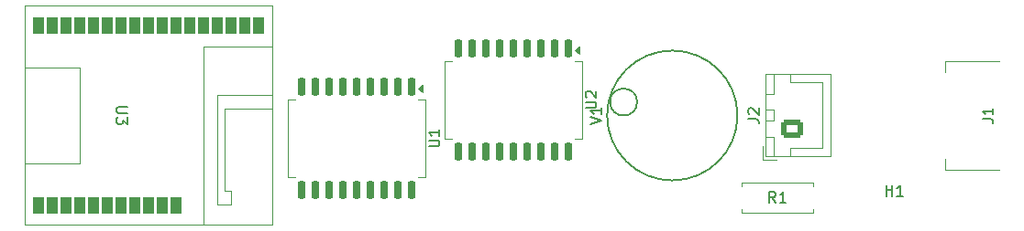
<source format=gbr>
%TF.GenerationSoftware,KiCad,Pcbnew,8.0.3*%
%TF.CreationDate,2024-07-12T14:10:18+09:00*%
%TF.ProjectId,Unit-LD8035E,556e6974-2d4c-4443-9830-3335452e6b69,rev?*%
%TF.SameCoordinates,Original*%
%TF.FileFunction,Legend,Top*%
%TF.FilePolarity,Positive*%
%FSLAX46Y46*%
G04 Gerber Fmt 4.6, Leading zero omitted, Abs format (unit mm)*
G04 Created by KiCad (PCBNEW 8.0.3) date 2024-07-12 14:10:18*
%MOMM*%
%LPD*%
G01*
G04 APERTURE LIST*
G04 Aperture macros list*
%AMRoundRect*
0 Rectangle with rounded corners*
0 $1 Rounding radius*
0 $2 $3 $4 $5 $6 $7 $8 $9 X,Y pos of 4 corners*
0 Add a 4 corners polygon primitive as box body*
4,1,4,$2,$3,$4,$5,$6,$7,$8,$9,$2,$3,0*
0 Add four circle primitives for the rounded corners*
1,1,$1+$1,$2,$3*
1,1,$1+$1,$4,$5*
1,1,$1+$1,$6,$7*
1,1,$1+$1,$8,$9*
0 Add four rect primitives between the rounded corners*
20,1,$1+$1,$2,$3,$4,$5,0*
20,1,$1+$1,$4,$5,$6,$7,0*
20,1,$1+$1,$6,$7,$8,$9,0*
20,1,$1+$1,$8,$9,$2,$3,0*%
G04 Aperture macros list end*
%ADD10C,0.150000*%
%ADD11C,0.120000*%
%ADD12C,1.600000*%
%ADD13RoundRect,0.500000X-0.008000X0.750000X-0.008000X-0.750000X0.008000X-0.750000X0.008000X0.750000X0*%
%ADD14RoundRect,0.500000X0.008000X-0.750000X0.008000X0.750000X-0.008000X0.750000X-0.008000X-0.750000X0*%
%ADD15RoundRect,0.150000X-0.150000X0.725000X-0.150000X-0.725000X0.150000X-0.725000X0.150000X0.725000X0*%
%ADD16O,1.600000X1.600000*%
%ADD17RoundRect,0.250000X0.750000X-0.600000X0.750000X0.600000X-0.750000X0.600000X-0.750000X-0.600000X0*%
%ADD18O,2.000000X1.700000*%
%ADD19C,1.524000*%
%ADD20C,5.500000*%
G04 APERTURE END LIST*
D10*
X134004819Y-96434523D02*
X135004819Y-96101190D01*
X135004819Y-96101190D02*
X134004819Y-95767857D01*
X135004819Y-94910714D02*
X135004819Y-95482142D01*
X135004819Y-95196428D02*
X134004819Y-95196428D01*
X134004819Y-95196428D02*
X134147676Y-95291666D01*
X134147676Y-95291666D02*
X134242914Y-95386904D01*
X134242914Y-95386904D02*
X134290533Y-95482142D01*
X91205180Y-94843095D02*
X90395657Y-94843095D01*
X90395657Y-94843095D02*
X90300419Y-94890714D01*
X90300419Y-94890714D02*
X90252800Y-94938333D01*
X90252800Y-94938333D02*
X90205180Y-95033571D01*
X90205180Y-95033571D02*
X90205180Y-95224047D01*
X90205180Y-95224047D02*
X90252800Y-95319285D01*
X90252800Y-95319285D02*
X90300419Y-95366904D01*
X90300419Y-95366904D02*
X90395657Y-95414523D01*
X90395657Y-95414523D02*
X91205180Y-95414523D01*
X91205180Y-95795476D02*
X91205180Y-96414523D01*
X91205180Y-96414523D02*
X90824228Y-96081190D01*
X90824228Y-96081190D02*
X90824228Y-96224047D01*
X90824228Y-96224047D02*
X90776609Y-96319285D01*
X90776609Y-96319285D02*
X90728990Y-96366904D01*
X90728990Y-96366904D02*
X90633752Y-96414523D01*
X90633752Y-96414523D02*
X90395657Y-96414523D01*
X90395657Y-96414523D02*
X90300419Y-96366904D01*
X90300419Y-96366904D02*
X90252800Y-96319285D01*
X90252800Y-96319285D02*
X90205180Y-96224047D01*
X90205180Y-96224047D02*
X90205180Y-95938333D01*
X90205180Y-95938333D02*
X90252800Y-95843095D01*
X90252800Y-95843095D02*
X90300419Y-95795476D01*
X133527819Y-94936904D02*
X134337342Y-94936904D01*
X134337342Y-94936904D02*
X134432580Y-94889285D01*
X134432580Y-94889285D02*
X134480200Y-94841666D01*
X134480200Y-94841666D02*
X134527819Y-94746428D01*
X134527819Y-94746428D02*
X134527819Y-94555952D01*
X134527819Y-94555952D02*
X134480200Y-94460714D01*
X134480200Y-94460714D02*
X134432580Y-94413095D01*
X134432580Y-94413095D02*
X134337342Y-94365476D01*
X134337342Y-94365476D02*
X133527819Y-94365476D01*
X133623057Y-93936904D02*
X133575438Y-93889285D01*
X133575438Y-93889285D02*
X133527819Y-93794047D01*
X133527819Y-93794047D02*
X133527819Y-93555952D01*
X133527819Y-93555952D02*
X133575438Y-93460714D01*
X133575438Y-93460714D02*
X133623057Y-93413095D01*
X133623057Y-93413095D02*
X133718295Y-93365476D01*
X133718295Y-93365476D02*
X133813533Y-93365476D01*
X133813533Y-93365476D02*
X133956390Y-93413095D01*
X133956390Y-93413095D02*
X134527819Y-93984523D01*
X134527819Y-93984523D02*
X134527819Y-93365476D01*
X119049819Y-98500904D02*
X119859342Y-98500904D01*
X119859342Y-98500904D02*
X119954580Y-98453285D01*
X119954580Y-98453285D02*
X120002200Y-98405666D01*
X120002200Y-98405666D02*
X120049819Y-98310428D01*
X120049819Y-98310428D02*
X120049819Y-98119952D01*
X120049819Y-98119952D02*
X120002200Y-98024714D01*
X120002200Y-98024714D02*
X119954580Y-97977095D01*
X119954580Y-97977095D02*
X119859342Y-97929476D01*
X119859342Y-97929476D02*
X119049819Y-97929476D01*
X120049819Y-96929476D02*
X120049819Y-97500904D01*
X120049819Y-97215190D02*
X119049819Y-97215190D01*
X119049819Y-97215190D02*
X119192676Y-97310428D01*
X119192676Y-97310428D02*
X119287914Y-97405666D01*
X119287914Y-97405666D02*
X119335533Y-97500904D01*
X151090333Y-103705819D02*
X150757000Y-103229628D01*
X150518905Y-103705819D02*
X150518905Y-102705819D01*
X150518905Y-102705819D02*
X150899857Y-102705819D01*
X150899857Y-102705819D02*
X150995095Y-102753438D01*
X150995095Y-102753438D02*
X151042714Y-102801057D01*
X151042714Y-102801057D02*
X151090333Y-102896295D01*
X151090333Y-102896295D02*
X151090333Y-103039152D01*
X151090333Y-103039152D02*
X151042714Y-103134390D01*
X151042714Y-103134390D02*
X150995095Y-103182009D01*
X150995095Y-103182009D02*
X150899857Y-103229628D01*
X150899857Y-103229628D02*
X150518905Y-103229628D01*
X152042714Y-103705819D02*
X151471286Y-103705819D01*
X151757000Y-103705819D02*
X151757000Y-102705819D01*
X151757000Y-102705819D02*
X151661762Y-102848676D01*
X151661762Y-102848676D02*
X151566524Y-102943914D01*
X151566524Y-102943914D02*
X151471286Y-102991533D01*
X148541819Y-95933333D02*
X149256104Y-95933333D01*
X149256104Y-95933333D02*
X149398961Y-95980952D01*
X149398961Y-95980952D02*
X149494200Y-96076190D01*
X149494200Y-96076190D02*
X149541819Y-96219047D01*
X149541819Y-96219047D02*
X149541819Y-96314285D01*
X148637057Y-95504761D02*
X148589438Y-95457142D01*
X148589438Y-95457142D02*
X148541819Y-95361904D01*
X148541819Y-95361904D02*
X148541819Y-95123809D01*
X148541819Y-95123809D02*
X148589438Y-95028571D01*
X148589438Y-95028571D02*
X148637057Y-94980952D01*
X148637057Y-94980952D02*
X148732295Y-94933333D01*
X148732295Y-94933333D02*
X148827533Y-94933333D01*
X148827533Y-94933333D02*
X148970390Y-94980952D01*
X148970390Y-94980952D02*
X149541819Y-95552380D01*
X149541819Y-95552380D02*
X149541819Y-94933333D01*
X170179819Y-95958333D02*
X170894104Y-95958333D01*
X170894104Y-95958333D02*
X171036961Y-96005952D01*
X171036961Y-96005952D02*
X171132200Y-96101190D01*
X171132200Y-96101190D02*
X171179819Y-96244047D01*
X171179819Y-96244047D02*
X171179819Y-96339285D01*
X171179819Y-94958333D02*
X171179819Y-95529761D01*
X171179819Y-95244047D02*
X170179819Y-95244047D01*
X170179819Y-95244047D02*
X170322676Y-95339285D01*
X170322676Y-95339285D02*
X170417914Y-95434523D01*
X170417914Y-95434523D02*
X170465533Y-95529761D01*
X161290095Y-103085819D02*
X161290095Y-102085819D01*
X161290095Y-102562009D02*
X161861523Y-102562009D01*
X161861523Y-103085819D02*
X161861523Y-102085819D01*
X162861523Y-103085819D02*
X162290095Y-103085819D01*
X162575809Y-103085819D02*
X162575809Y-102085819D01*
X162575809Y-102085819D02*
X162480571Y-102228676D01*
X162480571Y-102228676D02*
X162385333Y-102323914D01*
X162385333Y-102323914D02*
X162290095Y-102371533D01*
%TO.C,V1*%
X138300000Y-94375000D02*
G75*
G02*
X135800000Y-94375000I-1250000J0D01*
G01*
X135800000Y-94375000D02*
G75*
G02*
X138300000Y-94375000I1250000J0D01*
G01*
X147570797Y-95625000D02*
G75*
G02*
X135529203Y-95625000I-6020797J0D01*
G01*
X135529203Y-95625000D02*
G75*
G02*
X147570797Y-95625000I6020797J0D01*
G01*
D11*
%TO.C,U3*%
X104630000Y-85445000D02*
X81770000Y-85445000D01*
X81770000Y-85445000D02*
X81770000Y-91160000D01*
X104630000Y-89255000D02*
X98280000Y-89255000D01*
X98280000Y-89255000D02*
X98280000Y-105765000D01*
X104630000Y-93700000D02*
X99550000Y-93700000D01*
X99550000Y-93700000D02*
X99550000Y-103860000D01*
X100185000Y-94970000D02*
X104630000Y-94970000D01*
X81770000Y-100050000D02*
X81770000Y-105765000D01*
X100820000Y-102590000D02*
X100185000Y-102590000D01*
X100185000Y-102590000D02*
X100185000Y-94970000D01*
X100820000Y-103860000D02*
X100820000Y-102590000D01*
X99550000Y-103860000D02*
X100820000Y-103860000D01*
X104630000Y-105765000D02*
X104630000Y-85445000D01*
X81770000Y-105765000D02*
X104630000Y-105765000D01*
X86850000Y-91160000D02*
X81775000Y-91160000D01*
X81775000Y-100050000D01*
X86850000Y-100050000D01*
X86850000Y-91160000D01*
%TO.C,U2*%
X133233000Y-90565000D02*
X132513000Y-90565000D01*
X120513000Y-90565000D02*
X121233000Y-90565000D01*
X133233000Y-94175000D02*
X133233000Y-90565000D01*
X133233000Y-94175000D02*
X133233000Y-97785000D01*
X120513000Y-94175000D02*
X120513000Y-90565000D01*
X120513000Y-94175000D02*
X120513000Y-97785000D01*
X133233000Y-97785000D02*
X132513000Y-97785000D01*
X120513000Y-97785000D02*
X121233000Y-97785000D01*
X132983000Y-89940000D02*
X132513000Y-89600000D01*
X132983000Y-89260000D01*
X132983000Y-89940000D01*
G36*
X132983000Y-89940000D02*
G01*
X132513000Y-89600000D01*
X132983000Y-89260000D01*
X132983000Y-89940000D01*
G37*
%TO.C,U1*%
X118755000Y-94129000D02*
X118035000Y-94129000D01*
X106035000Y-94129000D02*
X106755000Y-94129000D01*
X118755000Y-97739000D02*
X118755000Y-94129000D01*
X118755000Y-97739000D02*
X118755000Y-101349000D01*
X106035000Y-97739000D02*
X106035000Y-94129000D01*
X106035000Y-97739000D02*
X106035000Y-101349000D01*
X118755000Y-101349000D02*
X118035000Y-101349000D01*
X106035000Y-101349000D02*
X106755000Y-101349000D01*
X118505000Y-93504000D02*
X118035000Y-93164000D01*
X118505000Y-92824000D01*
X118505000Y-93504000D01*
G36*
X118505000Y-93504000D02*
G01*
X118035000Y-93164000D01*
X118505000Y-92824000D01*
X118505000Y-93504000D01*
G37*
%TO.C,R1*%
X154527000Y-104621000D02*
X147987000Y-104621000D01*
X154527000Y-104291000D02*
X154527000Y-104621000D01*
X154527000Y-102211000D02*
X154527000Y-101881000D01*
X154527000Y-101881000D02*
X147987000Y-101881000D01*
X147987000Y-104621000D02*
X147987000Y-104291000D01*
X147987000Y-101881000D02*
X147987000Y-102211000D01*
%TO.C,J2*%
X149887000Y-99700000D02*
X151137000Y-99700000D01*
X150177000Y-99410000D02*
X156147000Y-99410000D01*
X156147000Y-99410000D02*
X156147000Y-91790000D01*
X150187000Y-99400000D02*
X150937000Y-99400000D01*
X150937000Y-99400000D02*
X150937000Y-97600000D01*
X152437000Y-99400000D02*
X152437000Y-98650000D01*
X152437000Y-98650000D02*
X155387000Y-98650000D01*
X155387000Y-98650000D02*
X155387000Y-95600000D01*
X149887000Y-98450000D02*
X149887000Y-99700000D01*
X150187000Y-97600000D02*
X150187000Y-99400000D01*
X150937000Y-97600000D02*
X150187000Y-97600000D01*
X150187000Y-96100000D02*
X150937000Y-96100000D01*
X150937000Y-96100000D02*
X150937000Y-95100000D01*
X150187000Y-95100000D02*
X150187000Y-96100000D01*
X150937000Y-95100000D02*
X150187000Y-95100000D01*
X150187000Y-93600000D02*
X150937000Y-93600000D01*
X150937000Y-93600000D02*
X150937000Y-91800000D01*
X152437000Y-92550000D02*
X155387000Y-92550000D01*
X155387000Y-92550000D02*
X155387000Y-95600000D01*
X150187000Y-91800000D02*
X150187000Y-93600000D01*
X150937000Y-91800000D02*
X150187000Y-91800000D01*
X152437000Y-91800000D02*
X152437000Y-92550000D01*
X150177000Y-91790000D02*
X150177000Y-99410000D01*
X156147000Y-91790000D02*
X150177000Y-91790000D01*
%TO.C,J1*%
X166725000Y-100625000D02*
X171725000Y-100625000D01*
X166725000Y-99625000D02*
X166725000Y-100625000D01*
X166725000Y-91625000D02*
X166725000Y-90625000D01*
X166725000Y-90625000D02*
X166725000Y-91625000D01*
X166725000Y-90625000D02*
X171725000Y-90625000D01*
%TD*%
%LPC*%
D12*
%TO.C,V1*%
X137050000Y-96875000D03*
X138300000Y-98875000D03*
X140300000Y-100125000D03*
X142800000Y-100125000D03*
X144800000Y-98875000D03*
X146050000Y-96875000D03*
X146050000Y-94375000D03*
X144800000Y-92375000D03*
X142800000Y-91125000D03*
X140300000Y-91125000D03*
X138300000Y-92375000D03*
X137050000Y-94375000D03*
%TD*%
D13*
%TO.C,U3*%
X103360000Y-87285000D03*
X102090000Y-87285000D03*
X100820000Y-87285000D03*
X99550000Y-87285000D03*
X98280000Y-87285000D03*
X97010000Y-87285000D03*
X95740000Y-87285000D03*
X94470000Y-87285000D03*
X93200000Y-87285000D03*
X91930000Y-87285000D03*
X90660000Y-87285000D03*
X89390000Y-87285000D03*
X88120000Y-87285000D03*
X86850000Y-87285000D03*
X85580000Y-87285000D03*
X84310000Y-87285000D03*
X83040000Y-87285000D03*
D14*
X83040000Y-103925000D03*
X84310000Y-103925000D03*
X85580000Y-103925000D03*
X86850000Y-103925000D03*
X88120000Y-103925000D03*
X89390000Y-103925000D03*
X90660000Y-103925000D03*
X91930000Y-103925000D03*
X93200000Y-103925000D03*
X94470000Y-103925000D03*
X95740000Y-103925000D03*
%TD*%
D15*
%TO.C,U2*%
X131953000Y-89400000D03*
X130683000Y-89400000D03*
X129413000Y-89400000D03*
X128143000Y-89400000D03*
X126873000Y-89400000D03*
X125603000Y-89400000D03*
X124333000Y-89400000D03*
X123063000Y-89400000D03*
X121793000Y-89400000D03*
X121793000Y-98950000D03*
X123063000Y-98950000D03*
X124333000Y-98950000D03*
X125603000Y-98950000D03*
X126873000Y-98950000D03*
X128143000Y-98950000D03*
X129413000Y-98950000D03*
X130683000Y-98950000D03*
X131953000Y-98950000D03*
%TD*%
%TO.C,U1*%
X117475000Y-92964000D03*
X116205000Y-92964000D03*
X114935000Y-92964000D03*
X113665000Y-92964000D03*
X112395000Y-92964000D03*
X111125000Y-92964000D03*
X109855000Y-92964000D03*
X108585000Y-92964000D03*
X107315000Y-92964000D03*
X107315000Y-102514000D03*
X108585000Y-102514000D03*
X109855000Y-102514000D03*
X111125000Y-102514000D03*
X112395000Y-102514000D03*
X113665000Y-102514000D03*
X114935000Y-102514000D03*
X116205000Y-102514000D03*
X117475000Y-102514000D03*
%TD*%
D12*
%TO.C,R1*%
X155067000Y-103251000D03*
D16*
X147447000Y-103251000D03*
%TD*%
D17*
%TO.C,J2*%
X152637000Y-96850000D03*
D18*
X152637000Y-94350000D03*
%TD*%
D19*
%TO.C,J1*%
X166725000Y-98625000D03*
X166725000Y-96625000D03*
X166725000Y-94625000D03*
X166725000Y-92625000D03*
%TD*%
D20*
%TO.C,H1*%
X162052000Y-95631000D03*
%TD*%
%LPD*%
M02*

</source>
